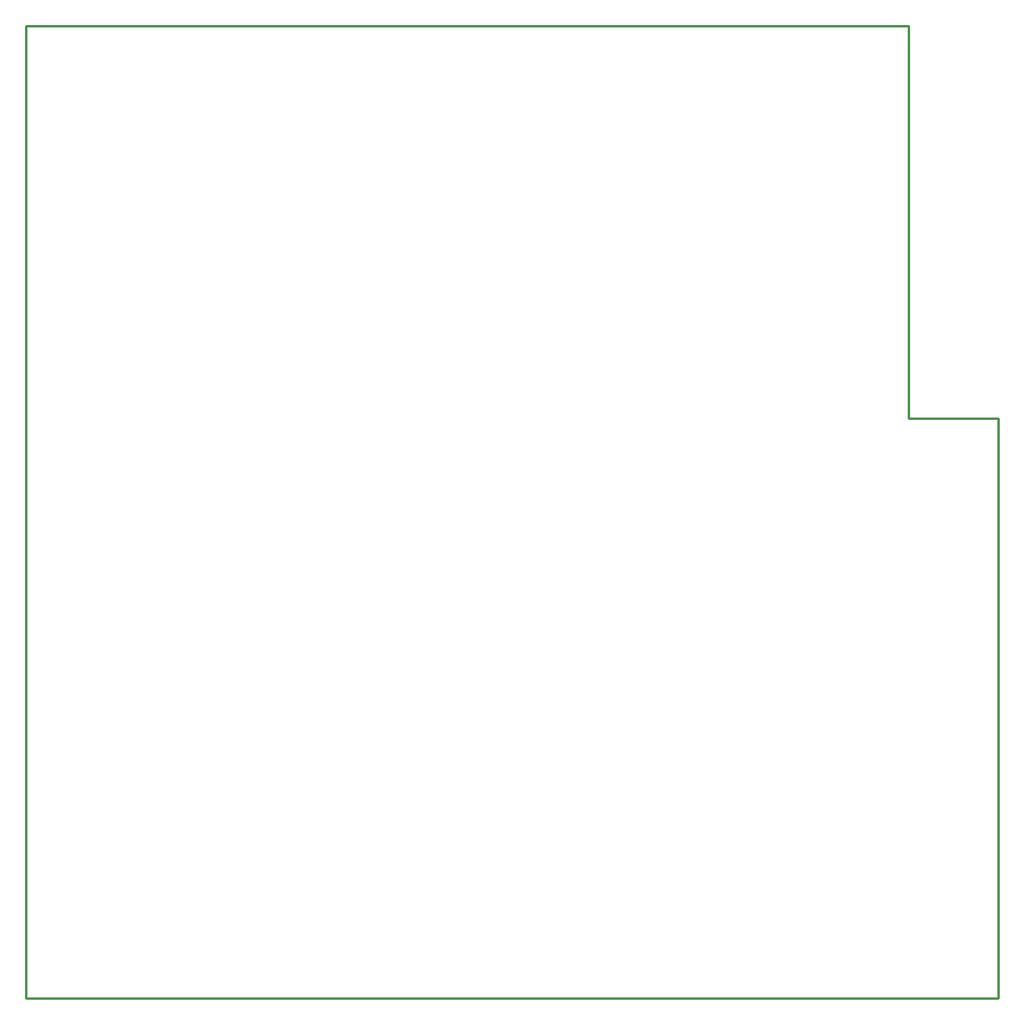
<source format=gko>
G04 Layer_Color=16711935*
%FSLAX25Y25*%
%MOIN*%
G70*
G01*
G75*
%ADD33C,0.01000*%
D33*
X364500Y239500D02*
Y401575D01*
X0D02*
X364500D01*
X401575Y0D02*
Y239500D01*
X364500D02*
X401500D01*
X0Y0D02*
X401575D01*
X0D02*
Y401575D01*
M02*

</source>
